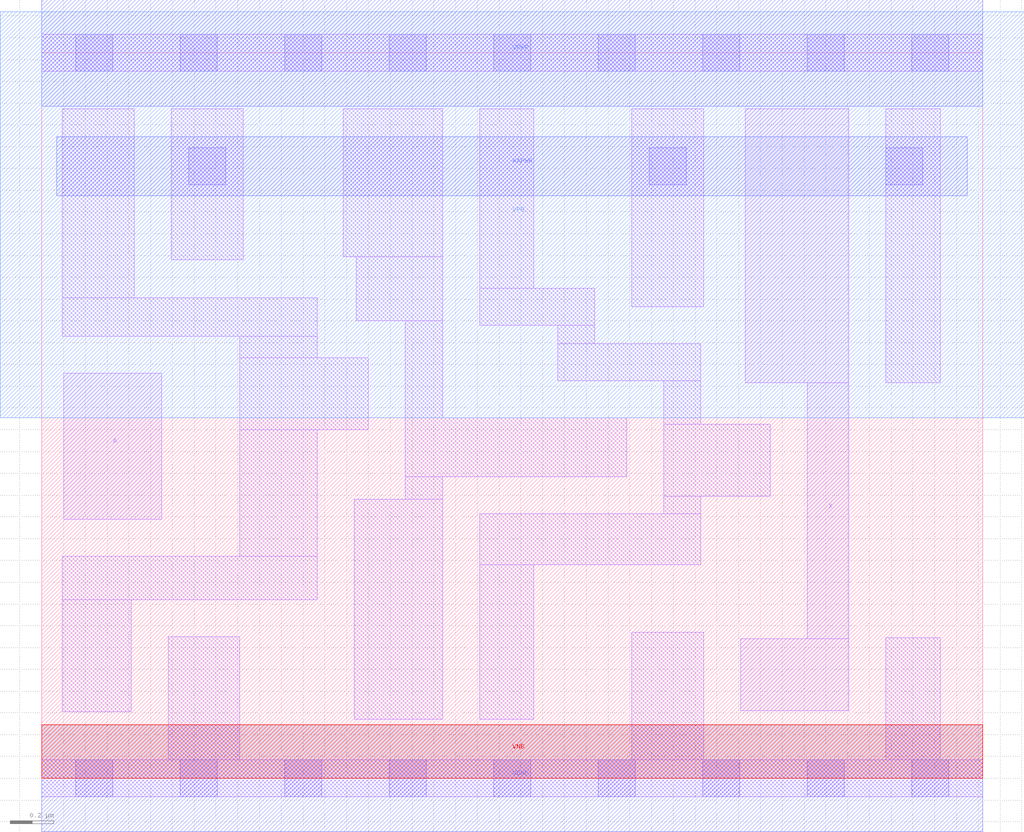
<source format=lef>
# Copyright 2020 The SkyWater PDK Authors
#
# Licensed under the Apache License, Version 2.0 (the "License");
# you may not use this file except in compliance with the License.
# You may obtain a copy of the License at
#
#     https://www.apache.org/licenses/LICENSE-2.0
#
# Unless required by applicable law or agreed to in writing, software
# distributed under the License is distributed on an "AS IS" BASIS,
# WITHOUT WARRANTIES OR CONDITIONS OF ANY KIND, either express or implied.
# See the License for the specific language governing permissions and
# limitations under the License.
#
# SPDX-License-Identifier: Apache-2.0

VERSION 5.7 ;
  NOWIREEXTENSIONATPIN ON ;
  DIVIDERCHAR "/" ;
  BUSBITCHARS "[]" ;
MACRO sky130_fd_sc_lp__dlybuf4s18kapwr_2
  CLASS CORE ;
  FOREIGN sky130_fd_sc_lp__dlybuf4s18kapwr_2 ;
  ORIGIN  0.000000  0.000000 ;
  SIZE  4.320000 BY  3.330000 ;
  SYMMETRY X Y ;
  SITE unit ;
  PIN A
    ANTENNAGATEAREA  0.252000 ;
    DIRECTION INPUT ;
    USE SIGNAL ;
    PORT
      LAYER li1 ;
        RECT 0.100000 1.190000 0.550000 1.860000 ;
    END
  END A
  PIN X
    ANTENNADIFFAREA  0.470400 ;
    DIRECTION OUTPUT ;
    USE SIGNAL ;
    PORT
      LAYER li1 ;
        RECT 3.210000 0.310000 3.705000 0.640000 ;
        RECT 3.230000 1.815000 3.705000 3.075000 ;
        RECT 3.515000 0.640000 3.705000 1.815000 ;
    END
  END X
  PIN KAPWR
    DIRECTION INOUT ;
    USE POWER ;
    PORT
      LAYER met1 ;
        RECT 0.070000 2.675000 4.250000 2.945000 ;
    END
  END KAPWR
  PIN VGND
    DIRECTION INOUT ;
    USE GROUND ;
    PORT
      LAYER met1 ;
        RECT 0.000000 -0.245000 4.320000 0.245000 ;
    END
  END VGND
  PIN VNB
    DIRECTION INOUT ;
    USE GROUND ;
    PORT
      LAYER pwell ;
        RECT 0.000000 0.000000 4.320000 0.245000 ;
    END
  END VNB
  PIN VPB
    DIRECTION INOUT ;
    USE POWER ;
    PORT
      LAYER nwell ;
        RECT -0.190000 1.655000 4.510000 3.520000 ;
    END
  END VPB
  PIN VPWR
    DIRECTION INOUT ;
    USE POWER ;
    PORT
      LAYER met1 ;
        RECT 0.000000 3.085000 4.320000 3.575000 ;
    END
  END VPWR
  OBS
    LAYER li1 ;
      RECT 0.000000 -0.085000 4.320000 0.085000 ;
      RECT 0.000000  3.245000 4.320000 3.415000 ;
      RECT 0.095000  0.305000 0.410000 0.820000 ;
      RECT 0.095000  0.820000 1.265000 1.020000 ;
      RECT 0.095000  2.030000 1.265000 2.205000 ;
      RECT 0.095000  2.205000 0.425000 3.075000 ;
      RECT 0.580000  0.085000 0.910000 0.650000 ;
      RECT 0.595000  2.380000 0.925000 3.075000 ;
      RECT 0.910000  1.020000 1.265000 1.600000 ;
      RECT 0.910000  1.600000 1.500000 1.930000 ;
      RECT 0.910000  1.930000 1.265000 2.030000 ;
      RECT 1.385000  2.395000 1.840000 3.075000 ;
      RECT 1.435000  0.270000 1.840000 1.280000 ;
      RECT 1.445000  2.100000 1.840000 2.395000 ;
      RECT 1.670000  1.280000 1.840000 1.385000 ;
      RECT 1.670000  1.385000 2.685000 1.655000 ;
      RECT 1.670000  1.655000 1.840000 2.100000 ;
      RECT 2.010000  0.270000 2.260000 0.980000 ;
      RECT 2.010000  0.980000 3.025000 1.215000 ;
      RECT 2.010000  2.080000 2.540000 2.250000 ;
      RECT 2.010000  2.250000 2.260000 3.075000 ;
      RECT 2.370000  1.825000 3.025000 1.995000 ;
      RECT 2.370000  1.995000 2.540000 2.080000 ;
      RECT 2.710000  0.085000 3.040000 0.670000 ;
      RECT 2.710000  2.165000 3.040000 3.075000 ;
      RECT 2.855000  1.215000 3.025000 1.295000 ;
      RECT 2.855000  1.295000 3.345000 1.625000 ;
      RECT 2.855000  1.625000 3.025000 1.825000 ;
      RECT 3.875000  0.085000 4.125000 0.645000 ;
      RECT 3.875000  1.815000 4.125000 3.075000 ;
    LAYER mcon ;
      RECT 0.155000 -0.085000 0.325000 0.085000 ;
      RECT 0.155000  3.245000 0.325000 3.415000 ;
      RECT 0.635000 -0.085000 0.805000 0.085000 ;
      RECT 0.635000  3.245000 0.805000 3.415000 ;
      RECT 0.675000  2.725000 0.845000 2.895000 ;
      RECT 1.115000 -0.085000 1.285000 0.085000 ;
      RECT 1.115000  3.245000 1.285000 3.415000 ;
      RECT 1.595000 -0.085000 1.765000 0.085000 ;
      RECT 1.595000  3.245000 1.765000 3.415000 ;
      RECT 2.075000 -0.085000 2.245000 0.085000 ;
      RECT 2.075000  3.245000 2.245000 3.415000 ;
      RECT 2.555000 -0.085000 2.725000 0.085000 ;
      RECT 2.555000  3.245000 2.725000 3.415000 ;
      RECT 2.790000  2.725000 2.960000 2.895000 ;
      RECT 3.035000 -0.085000 3.205000 0.085000 ;
      RECT 3.035000  3.245000 3.205000 3.415000 ;
      RECT 3.515000 -0.085000 3.685000 0.085000 ;
      RECT 3.515000  3.245000 3.685000 3.415000 ;
      RECT 3.875000  2.725000 4.045000 2.895000 ;
      RECT 3.995000 -0.085000 4.165000 0.085000 ;
      RECT 3.995000  3.245000 4.165000 3.415000 ;
  END
END sky130_fd_sc_lp__dlybuf4s18kapwr_2
END LIBRARY

</source>
